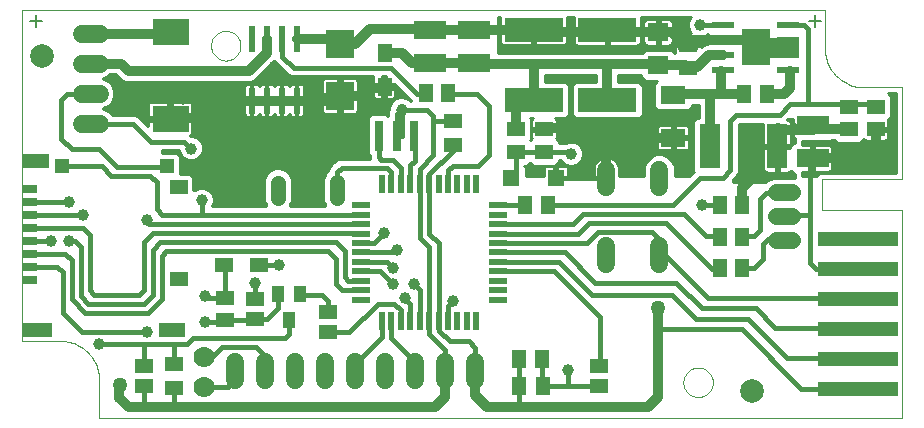
<source format=gtl>
G75*
G70*
%OFA0B0*%
%FSLAX24Y24*%
%IPPOS*%
%LPD*%
%AMOC8*
5,1,8,0,0,1.08239X$1,22.5*
%
%ADD10R,0.0197X0.0591*%
%ADD11R,0.0591X0.0197*%
%ADD12R,0.0591X0.0512*%
%ADD13C,0.0594*%
%ADD14C,0.0700*%
%ADD15R,0.0512X0.0630*%
%ADD16R,0.0945X0.0945*%
%ADD17R,0.0315X0.1024*%
%ADD18R,0.1969X0.0787*%
%ADD19R,0.0472X0.0591*%
%ADD20R,0.1063X0.0630*%
%ADD21R,0.0488X0.0315*%
%ADD22C,0.0004*%
%ADD23R,0.0492X0.0457*%
%ADD24R,0.0472X0.0457*%
%ADD25R,0.0866X0.0453*%
%ADD26R,0.0984X0.0453*%
%ADD27R,0.0591X0.0453*%
%ADD28C,0.0515*%
%ADD29R,0.0512X0.0591*%
%ADD30C,0.0600*%
%ADD31R,0.0236X0.0866*%
%ADD32C,0.0551*%
%ADD33C,0.0000*%
%ADD34C,0.0080*%
%ADD35C,0.0787*%
%ADD36R,0.1220X0.0906*%
%ADD37R,0.2650X0.0500*%
%ADD38R,0.0591X0.0472*%
%ADD39R,0.0394X0.0551*%
%ADD40R,0.0630X0.0512*%
%ADD41R,0.0949X0.1220*%
%ADD42R,0.0752X0.0240*%
%ADD43R,0.0669X0.1496*%
%ADD44R,0.0827X0.0591*%
%ADD45R,0.0709X0.0630*%
%ADD46R,0.0551X0.0551*%
%ADD47C,0.0160*%
%ADD48C,0.0320*%
%ADD49C,0.0500*%
%ADD50C,0.0396*%
%ADD51C,0.0100*%
%ADD52C,0.0357*%
%ADD53C,0.0120*%
D10*
X014697Y004317D03*
X015012Y004317D03*
X015327Y004317D03*
X015642Y004317D03*
X015957Y004317D03*
X016272Y004317D03*
X016587Y004317D03*
X016902Y004317D03*
X017217Y004317D03*
X017532Y004317D03*
X017847Y004317D03*
X017847Y008884D03*
X017532Y008884D03*
X017217Y008884D03*
X016902Y008884D03*
X016587Y008884D03*
X016272Y008884D03*
X015957Y008884D03*
X015642Y008884D03*
X015327Y008884D03*
X015012Y008884D03*
X014697Y008884D03*
D11*
X013989Y008175D03*
X013989Y007860D03*
X013989Y007545D03*
X013989Y007230D03*
X013989Y006915D03*
X013989Y006600D03*
X013989Y006285D03*
X013989Y005970D03*
X013989Y005655D03*
X013989Y005340D03*
X013989Y005025D03*
X018556Y005025D03*
X018556Y005340D03*
X018556Y005655D03*
X018556Y005970D03*
X018556Y006285D03*
X018556Y006600D03*
X018556Y006915D03*
X018556Y007230D03*
X018556Y007545D03*
X018556Y007860D03*
X018556Y008175D03*
D12*
X019151Y009964D03*
X019151Y010713D03*
X020101Y010713D03*
X020101Y009964D03*
X012901Y004623D03*
X012901Y003954D03*
X010451Y004384D03*
X010451Y005053D03*
X009475Y005087D03*
X009475Y004339D03*
X006751Y002823D03*
X006751Y002154D03*
X021941Y002151D03*
X021941Y002821D03*
X030251Y010714D03*
X030251Y011463D03*
X031151Y011463D03*
X031151Y010714D03*
D13*
X023949Y009365D02*
X023949Y008772D01*
X022178Y008772D02*
X022178Y009365D01*
X022178Y006806D02*
X022178Y006213D01*
X023949Y006213D02*
X023949Y006806D01*
X005298Y010889D02*
X004704Y010889D01*
X004704Y011889D02*
X005298Y011889D01*
X005298Y012889D02*
X004704Y012889D01*
X004704Y013889D02*
X005298Y013889D01*
D14*
X008751Y003117D03*
X008751Y002117D03*
D15*
X019269Y002135D03*
X020056Y002135D03*
X026757Y011889D03*
X027545Y011889D03*
D16*
X013313Y011800D03*
X013313Y013533D03*
D17*
X014601Y010470D03*
X015191Y010470D03*
X015782Y010470D03*
D18*
X019752Y011682D03*
X022212Y011677D03*
X022212Y014020D03*
X019752Y014025D03*
D19*
X014786Y013254D03*
X014786Y012113D03*
D20*
X016304Y012919D03*
X016304Y014022D03*
X017763Y014017D03*
X017763Y012914D03*
X029051Y010840D03*
X029051Y009737D03*
D21*
X002984Y008716D03*
X002984Y008283D03*
X002984Y007850D03*
X002984Y007417D03*
X002984Y006984D03*
X002984Y006550D03*
X002984Y006117D03*
X002984Y005684D03*
D22*
X008181Y010015D02*
X008181Y010031D01*
D23*
X004019Y009480D03*
D24*
X007547Y009480D03*
D25*
X003161Y009637D03*
X007696Y004015D03*
D26*
X003212Y004015D03*
D27*
X007925Y005708D03*
X007929Y008771D03*
D28*
X011246Y008927D02*
X011248Y008412D01*
X013217Y008423D02*
X013214Y008937D01*
D29*
X016152Y011903D03*
X016900Y011903D03*
X019477Y008189D03*
X020225Y008189D03*
X025965Y008174D03*
X026713Y008174D03*
X026711Y007126D03*
X025963Y007126D03*
X025966Y006083D03*
X026714Y006083D03*
X020025Y003039D03*
X019277Y003039D03*
D30*
X017811Y002949D02*
X017811Y002349D01*
X016811Y002349D02*
X016811Y002949D01*
X015811Y002949D02*
X015811Y002349D01*
X014811Y002349D02*
X014811Y002949D01*
X013811Y002949D02*
X013811Y002349D01*
X012811Y002349D02*
X012811Y002949D01*
X011811Y002949D02*
X011811Y002349D01*
X010811Y002349D02*
X010811Y002949D01*
X009811Y002949D02*
X009811Y002349D01*
D31*
X010371Y011655D03*
X010871Y011655D03*
X011371Y011655D03*
X011871Y011655D03*
X011871Y013702D03*
X011371Y013702D03*
X010871Y013702D03*
X010371Y013702D03*
D32*
X027829Y008606D02*
X028380Y008606D01*
X028380Y007819D02*
X027829Y007819D01*
X027829Y007031D02*
X028380Y007031D01*
D33*
X005260Y002466D02*
X005253Y002536D01*
X005242Y002605D01*
X005227Y002673D01*
X005209Y002741D01*
X005187Y002807D01*
X005161Y002872D01*
X005132Y002936D01*
X005099Y002998D01*
X005063Y003057D01*
X005024Y003115D01*
X004982Y003171D01*
X004936Y003224D01*
X004888Y003275D01*
X004837Y003323D01*
X004784Y003369D01*
X004728Y003411D01*
X004670Y003450D01*
X004611Y003486D01*
X004549Y003519D01*
X004485Y003548D01*
X004420Y003574D01*
X004354Y003596D01*
X004286Y003614D01*
X004218Y003629D01*
X004149Y003640D01*
X004079Y003647D01*
X004079Y003648D02*
X002701Y003648D01*
X002701Y014671D01*
X029473Y014671D01*
X029473Y013490D01*
X029473Y013293D01*
X029473Y013490D02*
X029469Y013421D01*
X029470Y013352D01*
X029474Y013282D01*
X029482Y013213D01*
X029493Y013145D01*
X029508Y013077D01*
X029527Y013010D01*
X029550Y012944D01*
X029576Y012880D01*
X029605Y012817D01*
X029638Y012756D01*
X029674Y012696D01*
X029713Y012639D01*
X029756Y012584D01*
X029801Y012531D01*
X029849Y012481D01*
X029900Y012433D01*
X029953Y012388D01*
X030008Y012347D01*
X030066Y012308D01*
X030126Y012272D01*
X030187Y012240D01*
X030250Y012211D01*
X030315Y012186D01*
X030381Y012164D01*
X030448Y012146D01*
X030516Y012131D01*
X030584Y012120D01*
X030654Y012113D01*
X030654Y012112D02*
X032032Y012112D01*
X032032Y009041D01*
X029374Y009041D01*
X029374Y008018D01*
X029382Y008010D02*
X032032Y008010D01*
X032032Y001089D01*
X005260Y001089D01*
X005260Y002466D01*
X009000Y013490D02*
X009002Y013534D01*
X009008Y013578D01*
X009018Y013621D01*
X009031Y013663D01*
X009049Y013703D01*
X009070Y013742D01*
X009094Y013779D01*
X009121Y013814D01*
X009152Y013846D01*
X009185Y013875D01*
X009221Y013901D01*
X009259Y013923D01*
X009299Y013942D01*
X009340Y013958D01*
X009383Y013970D01*
X009426Y013978D01*
X009470Y013982D01*
X009514Y013982D01*
X009558Y013978D01*
X009601Y013970D01*
X009644Y013958D01*
X009685Y013942D01*
X009725Y013923D01*
X009763Y013901D01*
X009799Y013875D01*
X009832Y013846D01*
X009863Y013814D01*
X009890Y013779D01*
X009914Y013742D01*
X009935Y013703D01*
X009953Y013663D01*
X009966Y013621D01*
X009976Y013578D01*
X009982Y013534D01*
X009984Y013490D01*
X009982Y013446D01*
X009976Y013402D01*
X009966Y013359D01*
X009953Y013317D01*
X009935Y013277D01*
X009914Y013238D01*
X009890Y013201D01*
X009863Y013166D01*
X009832Y013134D01*
X009799Y013105D01*
X009763Y013079D01*
X009725Y013057D01*
X009685Y013038D01*
X009644Y013022D01*
X009601Y013010D01*
X009558Y013002D01*
X009514Y012998D01*
X009470Y012998D01*
X009426Y013002D01*
X009383Y013010D01*
X009340Y013022D01*
X009299Y013038D01*
X009259Y013057D01*
X009221Y013079D01*
X009185Y013105D01*
X009152Y013134D01*
X009121Y013166D01*
X009094Y013201D01*
X009070Y013238D01*
X009049Y013277D01*
X009031Y013317D01*
X009018Y013359D01*
X009008Y013402D01*
X009002Y013446D01*
X009000Y013490D01*
X024748Y002270D02*
X024750Y002314D01*
X024756Y002358D01*
X024766Y002401D01*
X024779Y002443D01*
X024797Y002483D01*
X024818Y002522D01*
X024842Y002559D01*
X024869Y002594D01*
X024900Y002626D01*
X024933Y002655D01*
X024969Y002681D01*
X025007Y002703D01*
X025047Y002722D01*
X025088Y002738D01*
X025131Y002750D01*
X025174Y002758D01*
X025218Y002762D01*
X025262Y002762D01*
X025306Y002758D01*
X025349Y002750D01*
X025392Y002738D01*
X025433Y002722D01*
X025473Y002703D01*
X025511Y002681D01*
X025547Y002655D01*
X025580Y002626D01*
X025611Y002594D01*
X025638Y002559D01*
X025662Y002522D01*
X025683Y002483D01*
X025701Y002443D01*
X025714Y002401D01*
X025724Y002358D01*
X025730Y002314D01*
X025732Y002270D01*
X025730Y002226D01*
X025724Y002182D01*
X025714Y002139D01*
X025701Y002097D01*
X025683Y002057D01*
X025662Y002018D01*
X025638Y001981D01*
X025611Y001946D01*
X025580Y001914D01*
X025547Y001885D01*
X025511Y001859D01*
X025473Y001837D01*
X025433Y001818D01*
X025392Y001802D01*
X025349Y001790D01*
X025306Y001782D01*
X025262Y001778D01*
X025218Y001778D01*
X025174Y001782D01*
X025131Y001790D01*
X025088Y001802D01*
X025047Y001818D01*
X025007Y001837D01*
X024969Y001859D01*
X024933Y001885D01*
X024900Y001914D01*
X024869Y001946D01*
X024842Y001981D01*
X024818Y002018D01*
X024797Y002057D01*
X024779Y002097D01*
X024766Y002139D01*
X024756Y002182D01*
X024750Y002226D01*
X024748Y002270D01*
D34*
X029141Y014119D02*
X029141Y014519D01*
X028941Y014319D02*
X029341Y014319D01*
X003361Y014319D02*
X002961Y014319D01*
X003161Y014519D02*
X003161Y014119D01*
D35*
X003381Y013159D03*
X027031Y001979D03*
D36*
X007651Y011039D03*
X007651Y013952D03*
D37*
X030581Y007059D03*
X030581Y006059D03*
X030581Y005059D03*
X030581Y004059D03*
X030581Y003059D03*
X030581Y002059D03*
D38*
X010592Y006185D03*
X009450Y006185D03*
D39*
X011227Y005222D03*
X011975Y005222D03*
X011601Y004355D03*
D40*
X007751Y002882D03*
X007751Y002095D03*
X017051Y010195D03*
X017051Y010982D03*
X024901Y012745D03*
X024901Y013532D03*
D41*
X027151Y013439D03*
D42*
X028246Y013689D03*
X028246Y014189D03*
X028246Y013189D03*
X028246Y012689D03*
X026057Y012689D03*
X026057Y013189D03*
X026057Y013689D03*
X026057Y014189D03*
D43*
X025629Y010139D03*
X027873Y010139D03*
D44*
X024401Y010430D03*
X024401Y011847D03*
D45*
X023901Y012837D03*
X023901Y013940D03*
D46*
X020499Y009089D03*
X019003Y009089D03*
D47*
X019151Y009237D01*
X019151Y009964D01*
X020101Y009964D01*
X020925Y009964D01*
X021001Y009889D01*
X020977Y009864D01*
X020499Y009089D02*
X022158Y009089D01*
X022178Y009068D01*
X021401Y007889D02*
X024751Y007889D01*
X025501Y007139D01*
X025951Y007139D01*
X025963Y007126D01*
X026711Y007126D02*
X026724Y007139D01*
X027101Y007139D01*
X027301Y007339D01*
X027301Y008389D01*
X027501Y008589D01*
X028087Y008589D01*
X028105Y008606D01*
X028105Y007839D02*
X028105Y007819D01*
X028105Y007839D02*
X028951Y007839D01*
X028951Y009637D01*
X029051Y009737D01*
X027951Y011189D02*
X026501Y011189D01*
X026301Y010989D01*
X026301Y009339D01*
X026051Y009089D01*
X025301Y009089D01*
X024401Y008189D01*
X020225Y008189D01*
X021058Y007545D02*
X021401Y007889D01*
X021601Y007589D02*
X024151Y007589D01*
X025701Y006039D01*
X025922Y006039D01*
X025966Y006083D01*
X026714Y006083D02*
X027095Y006083D01*
X027401Y006389D01*
X027401Y006889D01*
X027551Y007039D01*
X028097Y007039D01*
X028105Y007031D01*
X028951Y006239D02*
X029151Y006039D01*
X030561Y006039D01*
X030577Y006054D02*
X030581Y006059D01*
X030601Y005089D02*
X025551Y005089D01*
X024130Y006509D01*
X023949Y006509D01*
X023949Y007039D01*
X023699Y007289D01*
X021901Y007289D01*
X021528Y006915D01*
X018556Y006915D01*
X018556Y006600D02*
X020789Y006600D01*
X021801Y005589D01*
X024501Y005589D01*
X025351Y004739D01*
X027151Y004739D01*
X027801Y004089D01*
X030551Y004089D01*
X030581Y004059D01*
X030551Y003089D02*
X028201Y003089D01*
X026901Y004389D01*
X025151Y004389D01*
X024351Y005189D01*
X021701Y005189D01*
X020604Y006285D01*
X018556Y006285D01*
X018556Y005970D02*
X020419Y005970D01*
X021951Y004439D01*
X021951Y002866D01*
X021941Y002821D01*
X021941Y002151D02*
X021941Y002135D01*
X020851Y002135D01*
X020901Y002185D01*
X020901Y002689D01*
X020851Y002135D02*
X020056Y002135D01*
X020025Y002135D01*
X020025Y003039D01*
X019277Y003039D02*
X019277Y002194D01*
X019328Y002194D01*
X019269Y002135D01*
X019269Y001506D01*
X019101Y001439D01*
X017811Y002649D02*
X017811Y003429D01*
X017601Y003639D01*
X016951Y003639D01*
X016601Y003989D01*
X016601Y004303D01*
X016587Y004317D01*
X016587Y006903D01*
X016272Y007218D01*
X016272Y008884D01*
X016272Y009209D01*
X017051Y009989D01*
X017051Y010195D01*
X016401Y009839D02*
X016401Y010989D01*
X016407Y010982D01*
X017051Y010982D01*
X016401Y010989D02*
X016401Y011139D01*
X016201Y011339D01*
X015311Y011339D01*
X015201Y011229D01*
X015201Y010480D01*
X015191Y010470D01*
X015187Y010474D01*
X015351Y010489D02*
X015351Y011349D01*
X015851Y011889D02*
X015001Y012739D01*
X011751Y012739D01*
X011371Y013119D01*
X011371Y013702D01*
X007651Y011039D02*
X007351Y011239D01*
X007251Y011039D01*
X007001Y010289D02*
X006401Y010889D01*
X005001Y010889D01*
X005251Y010039D02*
X004351Y010039D01*
X004001Y010389D01*
X004001Y011689D01*
X004201Y011889D01*
X005001Y011889D01*
X007001Y010289D02*
X008101Y010289D01*
X008331Y010059D01*
X008341Y010059D01*
X007547Y009480D02*
X007506Y009439D01*
X005851Y009439D01*
X005251Y010039D01*
X005360Y009480D02*
X005681Y009159D01*
X006981Y009159D01*
X007201Y008939D01*
X007201Y008039D01*
X007380Y007860D01*
X008701Y007860D01*
X008701Y008339D01*
X008701Y007860D02*
X013989Y007860D01*
X013989Y007545D02*
X006944Y007545D01*
X006851Y007689D01*
X007051Y007239D02*
X006751Y006939D01*
X006751Y005339D01*
X006601Y005189D01*
X005101Y005189D01*
X004951Y005339D01*
X004951Y007189D01*
X004723Y007417D01*
X002984Y007417D01*
X002984Y007850D02*
X004740Y007850D01*
X004751Y007839D01*
X004345Y008283D02*
X004251Y008289D01*
X004345Y008283D02*
X002984Y008283D01*
X004019Y009480D02*
X005360Y009480D01*
X007051Y007239D02*
X013980Y007239D01*
X013989Y007230D01*
X013989Y006915D02*
X014428Y006915D01*
X014751Y007239D01*
X015201Y006689D02*
X015113Y006600D01*
X013989Y006600D01*
X013989Y006285D02*
X014854Y006285D01*
X015051Y006089D01*
X014619Y005970D02*
X015051Y005539D01*
X015451Y005089D02*
X015642Y004897D01*
X015642Y004317D01*
X015327Y004317D02*
X015318Y004326D01*
X015318Y004669D01*
X015099Y004889D01*
X014551Y004889D01*
X013616Y003954D01*
X012901Y003954D01*
X012901Y004623D02*
X012901Y004989D01*
X012701Y005189D01*
X012008Y005189D01*
X011975Y005222D01*
X011227Y005222D02*
X011227Y004764D01*
X010851Y004389D01*
X010456Y004389D01*
X010451Y004384D01*
X010496Y004339D01*
X010451Y004384D02*
X010211Y004339D01*
X009475Y004339D01*
X009425Y004289D01*
X008801Y004289D01*
X009475Y004298D02*
X009475Y004339D01*
X009475Y005087D02*
X008853Y005087D01*
X008801Y005139D01*
X009475Y005087D02*
X009475Y006160D01*
X009450Y006185D01*
X010451Y005589D02*
X010451Y005053D01*
X011601Y004355D02*
X011601Y003889D01*
X011451Y003739D01*
X008401Y003739D01*
X008201Y003539D01*
X007751Y003539D01*
X007751Y002882D01*
X007751Y003539D02*
X006751Y003539D01*
X006751Y002823D01*
X006751Y002154D02*
X006751Y001489D01*
X006801Y001439D01*
X007751Y001489D02*
X007751Y002095D01*
X007751Y001489D02*
X007801Y001439D01*
X008751Y002117D02*
X009580Y002117D01*
X009801Y002339D01*
X009801Y002639D01*
X009811Y002649D01*
X009030Y003117D02*
X009351Y003439D01*
X010501Y003439D01*
X010801Y003139D01*
X010801Y002659D01*
X010811Y002649D01*
X009030Y003117D02*
X008751Y003117D01*
X006751Y003539D02*
X005251Y003539D01*
X004701Y003939D02*
X006851Y003939D01*
X006901Y004589D02*
X007351Y005039D01*
X007351Y006489D01*
X007501Y006639D01*
X012901Y006639D01*
X013151Y006389D01*
X013151Y005539D01*
X013351Y005339D01*
X013987Y005339D01*
X013989Y005340D01*
X013985Y005344D01*
X013989Y005655D02*
X013584Y005655D01*
X013451Y005789D01*
X013451Y006639D01*
X013151Y006939D01*
X007301Y006939D01*
X007051Y006689D01*
X007051Y005189D01*
X006751Y004889D01*
X004901Y004889D01*
X004651Y005139D01*
X004651Y006789D01*
X004451Y006989D01*
X004251Y006989D01*
X004139Y006550D02*
X004351Y006339D01*
X004351Y005039D01*
X004801Y004589D01*
X006901Y004589D01*
X004701Y003939D02*
X004051Y004589D01*
X004051Y005939D01*
X003872Y006117D01*
X002984Y006117D01*
X002984Y006550D02*
X004139Y006550D01*
X003651Y006989D02*
X003646Y006984D01*
X002984Y006984D01*
X010592Y006185D02*
X011147Y006185D01*
X011251Y006189D01*
X013989Y005970D02*
X014619Y005970D01*
X015751Y005539D02*
X015957Y005333D01*
X015957Y004317D01*
X016272Y004317D02*
X016275Y004314D01*
X016275Y003881D01*
X016811Y003345D01*
X016811Y002649D01*
X015811Y002649D02*
X015811Y002956D01*
X015015Y003751D01*
X015015Y004314D01*
X015012Y004317D01*
X014697Y004317D02*
X014696Y004316D01*
X014696Y003766D01*
X013811Y002881D01*
X013811Y002649D01*
X016272Y004317D02*
X016272Y006768D01*
X015951Y007089D01*
X015951Y008878D01*
X015957Y008884D01*
X015957Y009394D01*
X016401Y009839D01*
X015787Y009649D02*
X015787Y010464D01*
X015782Y010470D01*
X014601Y010470D02*
X014585Y010454D01*
X014585Y009774D01*
X014671Y009689D01*
X015051Y009689D01*
X015327Y009412D01*
X015327Y008884D01*
X015012Y008884D02*
X015012Y009287D01*
X014881Y009419D01*
X013351Y009419D01*
X013211Y009279D01*
X013211Y008684D01*
X013216Y008680D01*
X015642Y008884D02*
X015642Y009505D01*
X015787Y009649D01*
X016902Y009339D02*
X016902Y008884D01*
X016902Y009339D02*
X017051Y009489D01*
X017901Y009489D01*
X018251Y009839D01*
X018251Y011489D01*
X017851Y011889D01*
X016914Y011889D01*
X016900Y011903D01*
X016152Y011903D02*
X016138Y011889D01*
X015851Y011889D01*
X019151Y011589D02*
X019251Y011689D01*
X019201Y011689D01*
X019746Y011689D02*
X019752Y011682D01*
X019477Y008189D02*
X019464Y008175D01*
X018556Y008175D01*
X018556Y007545D02*
X021058Y007545D01*
X021243Y007230D02*
X021601Y007589D01*
X021243Y007230D02*
X018556Y007230D01*
X017061Y004969D02*
X016902Y004809D01*
X016902Y004317D01*
X023901Y004039D02*
X026701Y004039D01*
X028681Y002059D01*
X030581Y002059D01*
X030581Y003059D02*
X030551Y003089D01*
X030581Y005059D02*
X030601Y005089D01*
X028951Y006239D02*
X028951Y007839D01*
X025965Y008174D02*
X025951Y008189D01*
X025351Y008189D01*
X027951Y011189D02*
X028301Y011539D01*
X028901Y011539D01*
X030301Y011539D01*
X030251Y011489D01*
X030251Y011463D01*
X030301Y011539D02*
X031075Y011539D01*
X031151Y011463D01*
X028901Y011539D02*
X028901Y014039D01*
X028751Y014189D01*
X028246Y014189D01*
X028246Y013689D02*
X027661Y013689D01*
X027661Y013189D01*
X028246Y013189D01*
X027781Y013189D01*
X027781Y013569D01*
X028501Y013569D01*
X028501Y013449D01*
X028501Y013329D01*
X027451Y013329D01*
X027451Y013489D01*
X027451Y013689D02*
X027661Y013689D01*
X027451Y013689D02*
X027451Y013889D01*
X027451Y013689D02*
X027421Y013689D01*
X027001Y013739D02*
X026951Y013689D01*
X026901Y013689D01*
X027151Y013289D02*
X027151Y013189D01*
X027661Y013189D01*
X027901Y013209D02*
X027901Y013449D01*
X028501Y013449D01*
X028501Y013329D02*
X028501Y013209D01*
X027901Y013209D01*
X026301Y014189D02*
X026057Y014189D01*
X025301Y014189D01*
X026057Y014189D02*
X026151Y014189D01*
D48*
X026057Y013689D02*
X024601Y013689D01*
X024351Y013939D01*
X022651Y013939D01*
X022651Y013940D01*
X023901Y013940D01*
X023971Y014020D01*
X023901Y012887D02*
X023901Y012837D01*
X024809Y012837D01*
X024901Y012745D01*
X024945Y012789D01*
X025201Y012789D01*
X025601Y013189D01*
X026057Y013189D01*
X026057Y013689D02*
X026901Y013689D01*
X027151Y013439D01*
X027151Y013489D01*
X027401Y013739D01*
X028301Y012633D02*
X028301Y012089D01*
X028101Y011889D01*
X027545Y011889D01*
X026757Y011889D02*
X026101Y011889D01*
X026001Y011989D01*
X026001Y012633D01*
X025701Y011889D02*
X024442Y011889D01*
X024401Y011847D01*
X024901Y012745D02*
X024995Y012739D01*
X023901Y012887D02*
X022201Y012887D01*
X022201Y011677D01*
X022212Y011677D01*
X021501Y010739D02*
X020127Y010739D01*
X020101Y010713D01*
X019151Y010713D02*
X019151Y011589D01*
X019746Y011689D02*
X019751Y011689D01*
X019751Y012887D01*
X022201Y012887D01*
X022243Y013989D02*
X022212Y014020D01*
X022243Y013989D02*
X022601Y013989D01*
X022565Y014025D01*
X022651Y013939D02*
X019101Y013939D01*
X019051Y013889D01*
X019051Y014017D01*
X017763Y014017D01*
X017758Y014022D01*
X016304Y014022D01*
X016287Y014039D01*
X014301Y014039D01*
X013795Y013533D01*
X013313Y013533D01*
X013143Y013702D01*
X011871Y013702D01*
X010871Y013702D02*
X010871Y013259D01*
X010251Y012639D01*
X006251Y012639D01*
X006001Y012889D01*
X005001Y012889D01*
X005001Y013889D02*
X007651Y013889D01*
X007651Y013952D01*
X009867Y011655D02*
X009271Y011109D01*
X007651Y011039D01*
X009867Y011655D02*
X010371Y011655D01*
X010871Y011655D01*
X011371Y011655D01*
X011871Y011655D01*
X013313Y011655D01*
X013313Y011800D01*
X013913Y011800D01*
X014201Y012089D01*
X014762Y012089D01*
X014786Y012113D01*
X015351Y011379D02*
X015351Y011349D01*
X015695Y012914D02*
X015361Y013249D01*
X014792Y013249D01*
X014786Y013254D01*
X015695Y012914D02*
X016309Y012914D01*
X016304Y012919D01*
X016309Y012914D02*
X017763Y012914D01*
X017736Y012887D01*
X019751Y012887D01*
X019744Y014017D02*
X019179Y014017D01*
X019101Y013939D01*
X019744Y014017D02*
X019752Y014025D01*
X017736Y012887D02*
X017502Y012887D01*
X017501Y012889D01*
X021501Y010739D02*
X021810Y010430D01*
X022201Y010430D01*
X022158Y010386D01*
X022158Y009089D01*
X022201Y010430D02*
X024401Y010430D01*
X025629Y010139D02*
X025629Y011816D01*
X025701Y011889D01*
X026757Y011889D01*
X027851Y010689D02*
X029051Y010689D01*
X029051Y010840D01*
X029176Y010714D01*
X030251Y010714D01*
X031151Y010714D02*
X031151Y010139D01*
X030750Y009737D01*
X029051Y009737D01*
X027873Y010139D02*
X027851Y010161D01*
X027851Y010589D01*
X027801Y010639D01*
X027851Y010589D02*
X027851Y010689D01*
X027101Y009139D02*
X026713Y008751D01*
X026713Y008174D01*
X030561Y006039D02*
X030581Y006059D01*
X023901Y004739D02*
X023901Y004039D01*
X023901Y001789D01*
X023551Y001439D01*
X019101Y001439D01*
X018201Y001439D01*
X017801Y001839D01*
X017801Y002639D01*
X017811Y002649D01*
X016811Y002649D02*
X016801Y002639D01*
X016801Y001789D01*
X016451Y001439D01*
X007801Y001439D01*
X006801Y001439D01*
X006251Y001439D01*
X005949Y001741D01*
X005949Y002186D01*
X005951Y002189D01*
D49*
X005951Y002189D03*
X023901Y004739D03*
D50*
X020901Y002689D03*
X017061Y004969D03*
X015751Y005539D03*
X015451Y005089D03*
X015051Y005539D03*
X015051Y006089D03*
X015201Y006689D03*
X014751Y007239D03*
X012531Y008339D03*
X012231Y008689D03*
X011941Y008359D03*
X011871Y008949D03*
X012571Y008979D03*
X012471Y010129D03*
X012891Y010129D03*
X012701Y010529D03*
X012271Y010539D03*
X011841Y010539D03*
X011391Y010529D03*
X011191Y010899D03*
X010961Y010539D03*
X010761Y010909D03*
X010321Y010919D03*
X010101Y010529D03*
X010531Y010519D03*
X010741Y010139D03*
X011161Y010149D03*
X010941Y009769D03*
X010521Y009769D03*
X010311Y010139D03*
X010071Y009769D03*
X009871Y010149D03*
X009411Y010139D03*
X009571Y009719D03*
X008961Y010089D03*
X008761Y010479D03*
X009211Y010529D03*
X009641Y010519D03*
X009441Y010919D03*
X009011Y010919D03*
X009161Y011329D03*
X008731Y011339D03*
X008571Y010929D03*
X007951Y011239D03*
X008071Y011729D03*
X007851Y012089D03*
X007621Y011729D03*
X007401Y012089D03*
X007181Y011739D03*
X006951Y012089D03*
X006731Y011729D03*
X006501Y012089D03*
X006691Y011289D03*
X007351Y011239D03*
X008511Y011719D03*
X008301Y012089D03*
X008751Y012089D03*
X008971Y011729D03*
X009201Y012089D03*
X009421Y011729D03*
X009651Y012089D03*
X009851Y011719D03*
X009631Y011319D03*
X009871Y010919D03*
X010371Y011659D03*
X010871Y011659D03*
X011371Y011659D03*
X011871Y011659D03*
X012311Y011759D03*
X012281Y011289D03*
X012481Y010919D03*
X012051Y010929D03*
X011621Y010919D03*
X011591Y010139D03*
X012041Y010139D03*
X013141Y010509D03*
X013341Y010909D03*
X012911Y010909D03*
X013601Y010519D03*
X014031Y010559D03*
X013821Y010959D03*
X014091Y011359D03*
X014161Y011799D03*
X014151Y012239D03*
X013551Y011989D03*
X013101Y011989D03*
X013301Y011589D03*
X012311Y012239D03*
X011351Y012389D03*
X011101Y012789D03*
X010801Y012389D03*
X008341Y010059D03*
X008221Y009419D03*
X008671Y008969D03*
X008701Y008339D03*
X009931Y008779D03*
X010381Y008769D03*
X010581Y008359D03*
X010131Y008379D03*
X010281Y009329D03*
X010701Y009349D03*
X009861Y009339D03*
X006851Y007689D03*
X004740Y007850D03*
X004251Y008289D03*
X004251Y006989D03*
X003651Y006989D03*
X006851Y003939D03*
X005251Y003539D03*
X008801Y004289D03*
X008801Y005139D03*
X010451Y005589D03*
X011251Y006189D03*
X013391Y010149D03*
X013841Y010149D03*
X014601Y011369D03*
X015351Y011349D03*
X014801Y012189D03*
X021001Y009889D03*
X025351Y008189D03*
X026771Y009459D03*
X027101Y009139D03*
X027231Y009549D03*
X026801Y009889D03*
X027221Y009989D03*
X027231Y010429D03*
X026811Y010319D03*
X026921Y010729D03*
X025301Y014189D03*
D51*
X024893Y014195D02*
X024385Y014195D01*
X024385Y014272D02*
X024377Y014305D01*
X024359Y014334D01*
X024335Y014359D01*
X024306Y014376D01*
X024273Y014385D01*
X023951Y014385D01*
X023951Y013990D01*
X023851Y013990D01*
X023851Y014385D01*
X023530Y014385D01*
X023497Y014376D01*
X023467Y014359D01*
X023443Y014334D01*
X023426Y014305D01*
X023417Y014272D01*
X023417Y013990D01*
X023851Y013990D01*
X023851Y013890D01*
X023417Y013890D01*
X023417Y013608D01*
X023426Y013575D01*
X023443Y013545D01*
X023467Y013521D01*
X023497Y013504D01*
X023530Y013495D01*
X023851Y013495D01*
X023851Y013890D01*
X023951Y013890D01*
X023951Y013990D01*
X024385Y013990D01*
X024385Y014272D01*
X024380Y014293D02*
X024903Y014293D01*
X024893Y014270D02*
X024893Y014107D01*
X024955Y013957D01*
X024994Y013918D01*
X024951Y013918D01*
X024951Y013582D01*
X025346Y013582D01*
X025346Y013780D01*
X025382Y013780D01*
X025532Y013843D01*
X025571Y013881D01*
X025572Y013880D01*
X025559Y013859D01*
X025551Y013826D01*
X025551Y013699D01*
X026046Y013699D01*
X026046Y013678D01*
X025551Y013678D01*
X025551Y013558D01*
X025527Y013558D01*
X025391Y013502D01*
X025346Y013457D01*
X025346Y013482D01*
X024951Y013482D01*
X024951Y013582D01*
X024851Y013582D01*
X024851Y013482D01*
X024456Y013482D01*
X024456Y013259D01*
X024460Y013245D01*
X024342Y013362D01*
X023460Y013362D01*
X023355Y013257D01*
X022275Y013257D01*
X022127Y013257D01*
X019825Y013257D01*
X019677Y013257D01*
X018551Y013257D01*
X018551Y014461D01*
X018644Y014461D01*
X018638Y014436D01*
X018638Y014075D01*
X019702Y014075D01*
X019702Y013975D01*
X018638Y013975D01*
X018638Y013614D01*
X018646Y013581D01*
X018664Y013551D01*
X018688Y013527D01*
X018717Y013510D01*
X018750Y013501D01*
X019702Y013501D01*
X019702Y013975D01*
X019802Y013975D01*
X019802Y014075D01*
X020866Y014075D01*
X020866Y014436D01*
X020859Y014461D01*
X021106Y014461D01*
X021098Y014431D01*
X021098Y014070D01*
X022162Y014070D01*
X022162Y013970D01*
X021098Y013970D01*
X021098Y013609D01*
X021106Y013576D01*
X021124Y013546D01*
X021148Y013522D01*
X021177Y013505D01*
X020768Y013505D01*
X020753Y013501D02*
X020786Y013510D01*
X020816Y013527D01*
X020840Y013551D01*
X020857Y013581D01*
X020866Y013614D01*
X020866Y013975D01*
X019802Y013975D01*
X019802Y013501D01*
X020753Y013501D01*
X020863Y013604D02*
X021099Y013604D01*
X021098Y013702D02*
X020866Y013702D01*
X020866Y013801D02*
X021098Y013801D01*
X021098Y013899D02*
X020866Y013899D01*
X020866Y014096D02*
X021098Y014096D01*
X021098Y014195D02*
X020866Y014195D01*
X020866Y014293D02*
X021098Y014293D01*
X021098Y014392D02*
X020866Y014392D01*
X021177Y013505D02*
X021210Y013496D01*
X022162Y013496D01*
X022162Y013970D01*
X022262Y013970D01*
X022262Y014070D01*
X023326Y014070D01*
X023326Y014431D01*
X023318Y014461D01*
X024997Y014461D01*
X024955Y014420D01*
X024893Y014270D01*
X024944Y014392D02*
X023326Y014392D01*
X023326Y014293D02*
X023423Y014293D01*
X023417Y014195D02*
X023326Y014195D01*
X023326Y014096D02*
X023417Y014096D01*
X023417Y013998D02*
X022262Y013998D01*
X022262Y013970D02*
X023326Y013970D01*
X023326Y013609D01*
X023317Y013576D01*
X023300Y013546D01*
X023276Y013522D01*
X023246Y013505D01*
X023494Y013505D01*
X023418Y013604D02*
X023325Y013604D01*
X023326Y013702D02*
X023417Y013702D01*
X023417Y013801D02*
X023326Y013801D01*
X023326Y013899D02*
X023851Y013899D01*
X023851Y013801D02*
X023951Y013801D01*
X023951Y013890D02*
X023951Y013495D01*
X024273Y013495D01*
X024306Y013504D01*
X024335Y013521D01*
X024359Y013545D01*
X024377Y013575D01*
X024385Y013608D01*
X024385Y013890D01*
X023951Y013890D01*
X023951Y013899D02*
X024519Y013899D01*
X024506Y013892D02*
X024482Y013868D01*
X024465Y013838D01*
X024456Y013805D01*
X024456Y013582D01*
X024851Y013582D01*
X024851Y013918D01*
X024569Y013918D01*
X024536Y013909D01*
X024506Y013892D01*
X024456Y013801D02*
X024385Y013801D01*
X024385Y013702D02*
X024456Y013702D01*
X024456Y013604D02*
X024384Y013604D01*
X024308Y013505D02*
X024851Y013505D01*
X024901Y013532D02*
X024901Y013689D01*
X024601Y013689D01*
X024851Y013702D02*
X024951Y013702D01*
X024951Y013604D02*
X024851Y013604D01*
X024951Y013505D02*
X025398Y013505D01*
X025346Y013604D02*
X025551Y013604D01*
X025551Y013702D02*
X025346Y013702D01*
X025431Y013801D02*
X025551Y013801D01*
X024951Y013801D02*
X024851Y013801D01*
X024851Y013899D02*
X024951Y013899D01*
X024938Y013998D02*
X024385Y013998D01*
X024385Y014096D02*
X024898Y014096D01*
X024456Y013406D02*
X018551Y013406D01*
X018551Y013308D02*
X023405Y013308D01*
X023246Y013505D02*
X023213Y013496D01*
X022262Y013496D01*
X022262Y013970D01*
X022262Y013899D02*
X022162Y013899D01*
X022162Y013801D02*
X022262Y013801D01*
X022262Y013702D02*
X022162Y013702D01*
X022162Y013604D02*
X022262Y013604D01*
X022262Y013505D02*
X022162Y013505D01*
X022162Y013998D02*
X019802Y013998D01*
X019802Y013899D02*
X019702Y013899D01*
X019702Y013801D02*
X019802Y013801D01*
X019802Y013702D02*
X019702Y013702D01*
X019702Y013604D02*
X019802Y013604D01*
X019802Y013505D02*
X019702Y013505D01*
X019702Y013998D02*
X018551Y013998D01*
X018551Y014096D02*
X018638Y014096D01*
X018638Y014195D02*
X018551Y014195D01*
X018551Y014293D02*
X018638Y014293D01*
X018638Y014392D02*
X018551Y014392D01*
X018551Y013899D02*
X018638Y013899D01*
X018638Y013801D02*
X018551Y013801D01*
X018551Y013702D02*
X018638Y013702D01*
X018640Y013604D02*
X018551Y013604D01*
X018551Y013505D02*
X018736Y013505D01*
X020121Y012517D02*
X021831Y012517D01*
X021831Y012281D01*
X021141Y012281D01*
X021018Y012158D01*
X021018Y011197D01*
X021141Y011074D01*
X023283Y011074D01*
X023406Y011197D01*
X023406Y012158D01*
X023283Y012281D01*
X022571Y012281D01*
X022571Y012517D01*
X023337Y012517D01*
X023337Y012435D01*
X023460Y012312D01*
X023861Y012312D01*
X023778Y012229D01*
X023778Y011465D01*
X023901Y011342D01*
X024901Y011342D01*
X025024Y011465D01*
X025024Y011519D01*
X025259Y011519D01*
X025259Y011096D01*
X025207Y011096D01*
X025084Y010974D01*
X025084Y009303D01*
X025095Y009293D01*
X024941Y009139D01*
X024456Y009139D01*
X024456Y009466D01*
X024379Y009652D01*
X024236Y009795D01*
X024050Y009872D01*
X023849Y009872D01*
X023662Y009795D01*
X023520Y009652D01*
X023443Y009466D01*
X023443Y009139D01*
X022605Y009139D01*
X022605Y009399D01*
X022594Y009465D01*
X022573Y009529D01*
X022543Y009589D01*
X022503Y009643D01*
X022456Y009691D01*
X022401Y009730D01*
X022342Y009761D01*
X022278Y009782D01*
X022226Y009790D01*
X022226Y009139D01*
X022129Y009139D01*
X022129Y009790D01*
X022078Y009782D01*
X022014Y009761D01*
X021954Y009730D01*
X021900Y009691D01*
X021852Y009643D01*
X021813Y009589D01*
X021782Y009529D01*
X021761Y009465D01*
X020858Y009465D01*
X020855Y009468D02*
X020825Y009485D01*
X020792Y009494D01*
X020549Y009494D01*
X020549Y009139D01*
X020449Y009139D01*
X020449Y009494D01*
X020206Y009494D01*
X020173Y009485D01*
X020144Y009468D01*
X020120Y009444D01*
X020102Y009414D01*
X020094Y009381D01*
X020094Y009139D01*
X019489Y009139D01*
X019489Y009451D01*
X019441Y009499D01*
X019533Y009499D01*
X019626Y009591D01*
X019719Y009499D01*
X020483Y009499D01*
X020606Y009622D01*
X020606Y009674D01*
X020648Y009674D01*
X020655Y009657D01*
X020770Y009543D01*
X020920Y009480D01*
X021082Y009480D01*
X021232Y009543D01*
X021347Y009657D01*
X021409Y009807D01*
X021409Y009970D01*
X021347Y010120D01*
X021232Y010234D01*
X021082Y010297D01*
X020920Y010297D01*
X020818Y010254D01*
X020606Y010254D01*
X020606Y010307D01*
X020514Y010400D01*
X020517Y010406D01*
X020526Y010439D01*
X020526Y010663D01*
X020151Y010663D01*
X020151Y010762D01*
X020526Y010762D01*
X020526Y010986D01*
X020517Y011019D01*
X020500Y011048D01*
X020476Y011072D01*
X020465Y011079D01*
X020823Y011079D01*
X020946Y011202D01*
X020946Y012163D01*
X020823Y012286D01*
X020121Y012286D01*
X020121Y012517D01*
X020121Y012421D02*
X021831Y012421D01*
X021831Y012322D02*
X020121Y012322D01*
X019752Y011689D02*
X019251Y011689D01*
X019752Y011682D02*
X019752Y011689D01*
X019737Y011079D02*
X019726Y011072D01*
X019702Y011048D01*
X019685Y011019D01*
X019676Y010986D01*
X019676Y010762D01*
X020051Y010762D01*
X020051Y010663D01*
X019676Y010663D01*
X019676Y010439D01*
X019685Y010406D01*
X019688Y010400D01*
X019626Y010338D01*
X019625Y010339D01*
X019656Y010370D01*
X019656Y011055D01*
X019633Y011079D01*
X019737Y011079D01*
X019698Y011041D02*
X019656Y011041D01*
X019656Y010943D02*
X019676Y010943D01*
X019676Y010844D02*
X019656Y010844D01*
X019656Y010746D02*
X020051Y010746D01*
X020151Y010746D02*
X023859Y010746D01*
X023858Y010742D02*
X023858Y010480D01*
X024351Y010480D01*
X024351Y010855D01*
X023971Y010855D01*
X023938Y010846D01*
X023908Y010829D01*
X023884Y010805D01*
X023867Y010775D01*
X023858Y010742D01*
X023858Y010647D02*
X020526Y010647D01*
X020526Y010549D02*
X023858Y010549D01*
X023858Y010380D02*
X023858Y010117D01*
X023867Y010084D01*
X023884Y010055D01*
X023908Y010031D01*
X023938Y010013D01*
X023971Y010005D01*
X024351Y010005D01*
X024351Y010380D01*
X023858Y010380D01*
X023858Y010352D02*
X020562Y010352D01*
X020526Y010450D02*
X024351Y010450D01*
X024351Y010480D02*
X024351Y010380D01*
X024451Y010380D01*
X024451Y010480D01*
X024351Y010480D01*
X024351Y010549D02*
X024451Y010549D01*
X024451Y010480D02*
X024451Y010855D01*
X024832Y010855D01*
X024865Y010846D01*
X024894Y010829D01*
X024918Y010805D01*
X024936Y010775D01*
X024944Y010742D01*
X024944Y010480D01*
X024451Y010480D01*
X024451Y010450D02*
X025084Y010450D01*
X025084Y010352D02*
X024944Y010352D01*
X024944Y010380D02*
X024451Y010380D01*
X024451Y010005D01*
X024832Y010005D01*
X024865Y010013D01*
X024894Y010031D01*
X024918Y010055D01*
X024936Y010084D01*
X024944Y010117D01*
X024944Y010380D01*
X024944Y010253D02*
X025084Y010253D01*
X025084Y010154D02*
X024944Y010154D01*
X024919Y010056D02*
X025084Y010056D01*
X025084Y009957D02*
X021409Y009957D01*
X021409Y009859D02*
X023817Y009859D01*
X023883Y010056D02*
X021373Y010056D01*
X021312Y010154D02*
X023858Y010154D01*
X023858Y010253D02*
X021187Y010253D01*
X021390Y009760D02*
X022013Y009760D01*
X022129Y009760D02*
X022226Y009760D01*
X022226Y009662D02*
X022129Y009662D01*
X022129Y009563D02*
X022226Y009563D01*
X022226Y009465D02*
X022129Y009465D01*
X022129Y009366D02*
X022226Y009366D01*
X022226Y009268D02*
X022129Y009268D01*
X022129Y009169D02*
X022226Y009169D01*
X022605Y009169D02*
X023443Y009169D01*
X023443Y009268D02*
X022605Y009268D01*
X022605Y009366D02*
X023443Y009366D01*
X023443Y009465D02*
X022594Y009465D01*
X022556Y009563D02*
X023483Y009563D01*
X023529Y009662D02*
X022485Y009662D01*
X022343Y009760D02*
X023628Y009760D01*
X024082Y009859D02*
X025084Y009859D01*
X025084Y009760D02*
X024271Y009760D01*
X024370Y009662D02*
X025084Y009662D01*
X025084Y009563D02*
X024416Y009563D01*
X024456Y009465D02*
X025084Y009465D01*
X025084Y009366D02*
X024456Y009366D01*
X024456Y009268D02*
X025070Y009268D01*
X024972Y009169D02*
X024456Y009169D01*
X024451Y010056D02*
X024351Y010056D01*
X024351Y010154D02*
X024451Y010154D01*
X024451Y010253D02*
X024351Y010253D01*
X024351Y010352D02*
X024451Y010352D01*
X024451Y010647D02*
X024351Y010647D01*
X024351Y010746D02*
X024451Y010746D01*
X024451Y010844D02*
X024351Y010844D01*
X023934Y010844D02*
X020526Y010844D01*
X020526Y010943D02*
X025084Y010943D01*
X025084Y010844D02*
X024868Y010844D01*
X024944Y010746D02*
X025084Y010746D01*
X025084Y010647D02*
X024944Y010647D01*
X024944Y010549D02*
X025084Y010549D01*
X025152Y011041D02*
X020504Y011041D01*
X020884Y011140D02*
X021074Y011140D01*
X021018Y011238D02*
X020946Y011238D01*
X020946Y011337D02*
X021018Y011337D01*
X021018Y011436D02*
X020946Y011436D01*
X020946Y011534D02*
X021018Y011534D01*
X021018Y011633D02*
X020946Y011633D01*
X020946Y011731D02*
X021018Y011731D01*
X021018Y011830D02*
X020946Y011830D01*
X020946Y011928D02*
X021018Y011928D01*
X021018Y012027D02*
X020946Y012027D01*
X020946Y012125D02*
X021018Y012125D01*
X021084Y012224D02*
X020885Y012224D01*
X022571Y012322D02*
X023450Y012322D01*
X023351Y012421D02*
X022571Y012421D01*
X023340Y012224D02*
X023778Y012224D01*
X023778Y012125D02*
X023406Y012125D01*
X023406Y012027D02*
X023778Y012027D01*
X023778Y011928D02*
X023406Y011928D01*
X023406Y011830D02*
X023778Y011830D01*
X023778Y011731D02*
X023406Y011731D01*
X023406Y011633D02*
X023778Y011633D01*
X023778Y011534D02*
X023406Y011534D01*
X023406Y011436D02*
X023807Y011436D01*
X023406Y011337D02*
X025259Y011337D01*
X025259Y011238D02*
X023406Y011238D01*
X023349Y011140D02*
X025259Y011140D01*
X025259Y011436D02*
X024995Y011436D01*
X026057Y012689D02*
X026251Y012689D01*
X026251Y012639D01*
X024456Y013308D02*
X024397Y013308D01*
X023951Y013505D02*
X023851Y013505D01*
X023851Y013604D02*
X023951Y013604D01*
X023951Y013702D02*
X023851Y013702D01*
X023851Y013998D02*
X023951Y013998D01*
X023951Y014096D02*
X023851Y014096D01*
X023851Y014195D02*
X023951Y014195D01*
X023951Y014293D02*
X023851Y014293D01*
X028235Y013678D02*
X028235Y013438D01*
X028235Y013199D01*
X028256Y013199D01*
X028256Y013438D01*
X028256Y013678D01*
X028235Y013678D01*
X028235Y013604D02*
X028256Y013604D01*
X028256Y013505D02*
X028235Y013505D01*
X028235Y013406D02*
X028256Y013406D01*
X028256Y013308D02*
X028235Y013308D01*
X028235Y013209D02*
X028256Y013209D01*
X028246Y012689D02*
X028196Y012639D01*
X028211Y011039D02*
X028390Y011039D01*
X028390Y010890D01*
X028451Y010890D01*
X028451Y010790D01*
X028390Y010790D01*
X028390Y010508D01*
X028398Y010475D01*
X028416Y010445D01*
X028440Y010421D01*
X028451Y010414D01*
X028451Y010262D01*
X028433Y010262D01*
X028310Y010139D01*
X028310Y010089D01*
X027923Y010089D01*
X027923Y010188D01*
X028338Y010188D01*
X028338Y010904D01*
X028329Y010937D01*
X028312Y010966D01*
X028288Y010991D01*
X028258Y011008D01*
X028225Y011016D01*
X028189Y011016D01*
X028197Y011024D01*
X028211Y011039D01*
X028325Y010943D02*
X028390Y010943D01*
X028338Y010844D02*
X028451Y010844D01*
X028390Y010746D02*
X028338Y010746D01*
X028338Y010647D02*
X028390Y010647D01*
X028390Y010549D02*
X028338Y010549D01*
X028338Y010450D02*
X028413Y010450D01*
X028451Y010352D02*
X028338Y010352D01*
X028338Y010253D02*
X028423Y010253D01*
X028325Y010154D02*
X027923Y010154D01*
X027923Y010189D02*
X027923Y010899D01*
X027823Y010899D01*
X027823Y010189D01*
X027923Y010189D01*
X027923Y010253D02*
X027823Y010253D01*
X027823Y010188D02*
X027823Y010089D01*
X027409Y010089D01*
X027409Y009373D01*
X027417Y009340D01*
X027434Y009311D01*
X027459Y009286D01*
X027488Y009269D01*
X027521Y009260D01*
X027823Y009260D01*
X027823Y010088D01*
X027923Y010088D01*
X027923Y009260D01*
X028225Y009260D01*
X028258Y009269D01*
X028288Y009286D01*
X028312Y009311D01*
X028320Y009325D01*
X028433Y009212D01*
X028451Y009212D01*
X028451Y009091D01*
X027733Y009091D01*
X027554Y009018D01*
X027475Y008939D01*
X026401Y008939D01*
X026401Y009028D01*
X026547Y009174D01*
X026591Y009281D01*
X026591Y009396D01*
X026591Y010868D01*
X026621Y010899D01*
X027409Y010899D01*
X027409Y010188D01*
X027823Y010188D01*
X027823Y010154D02*
X026591Y010154D01*
X026591Y010056D02*
X027409Y010056D01*
X027409Y009957D02*
X026591Y009957D01*
X026591Y009859D02*
X027409Y009859D01*
X027409Y009760D02*
X026591Y009760D01*
X026591Y009662D02*
X027409Y009662D01*
X027409Y009563D02*
X026591Y009563D01*
X026591Y009465D02*
X027409Y009465D01*
X027410Y009366D02*
X026591Y009366D01*
X026586Y009268D02*
X027495Y009268D01*
X027682Y009071D02*
X026443Y009071D01*
X026401Y008972D02*
X027509Y008972D01*
X027823Y009268D02*
X027923Y009268D01*
X027923Y009366D02*
X027823Y009366D01*
X027823Y009465D02*
X027923Y009465D01*
X027923Y009563D02*
X027823Y009563D01*
X027823Y009662D02*
X027923Y009662D01*
X027923Y009760D02*
X027823Y009760D01*
X027823Y009859D02*
X027923Y009859D01*
X027923Y009957D02*
X027823Y009957D01*
X027823Y010056D02*
X027923Y010056D01*
X027923Y010352D02*
X027823Y010352D01*
X027823Y010450D02*
X027923Y010450D01*
X027923Y010549D02*
X027823Y010549D01*
X027823Y010647D02*
X027923Y010647D01*
X027923Y010746D02*
X027823Y010746D01*
X027823Y010844D02*
X027923Y010844D01*
X027409Y010844D02*
X026591Y010844D01*
X026591Y010746D02*
X027409Y010746D01*
X027409Y010647D02*
X026591Y010647D01*
X026591Y010549D02*
X027409Y010549D01*
X027409Y010450D02*
X026591Y010450D01*
X026591Y010352D02*
X027409Y010352D01*
X027409Y010253D02*
X026591Y010253D01*
X026542Y009169D02*
X028451Y009169D01*
X028377Y009268D02*
X028251Y009268D01*
X028711Y009268D02*
X031822Y009268D01*
X031822Y009251D02*
X029287Y009251D01*
X029175Y009139D01*
X028711Y009139D01*
X028711Y009292D01*
X029001Y009292D01*
X029001Y009687D01*
X029101Y009687D01*
X029101Y009292D01*
X029600Y009292D01*
X029633Y009301D01*
X029662Y009318D01*
X029687Y009343D01*
X029704Y009372D01*
X029713Y009405D01*
X029713Y009687D01*
X029101Y009687D01*
X029101Y009787D01*
X029713Y009787D01*
X029713Y010069D01*
X029704Y010102D01*
X029687Y010132D01*
X029662Y010156D01*
X029633Y010173D01*
X029600Y010182D01*
X029101Y010182D01*
X029101Y009787D01*
X029001Y009787D01*
X029001Y010182D01*
X028711Y010182D01*
X028711Y010315D01*
X029670Y010315D01*
X029699Y010344D01*
X029773Y010344D01*
X029869Y010249D01*
X030633Y010249D01*
X030756Y010372D01*
X030756Y010374D01*
X030776Y010355D01*
X030806Y010337D01*
X030839Y010329D01*
X031101Y010329D01*
X031101Y010664D01*
X031201Y010664D01*
X031201Y010329D01*
X031464Y010329D01*
X031497Y010337D01*
X031526Y010355D01*
X031550Y010379D01*
X031567Y010408D01*
X031576Y010441D01*
X031576Y010665D01*
X031201Y010665D01*
X031201Y010764D01*
X031576Y010764D01*
X031576Y010988D01*
X031567Y011021D01*
X031564Y011027D01*
X031656Y011120D01*
X031656Y011805D01*
X031560Y011902D01*
X031822Y011902D01*
X031822Y009251D01*
X031822Y009366D02*
X029700Y009366D01*
X029713Y009465D02*
X031822Y009465D01*
X031822Y009563D02*
X029713Y009563D01*
X029713Y009662D02*
X031822Y009662D01*
X031822Y009760D02*
X029101Y009760D01*
X029101Y009662D02*
X029001Y009662D01*
X029001Y009563D02*
X029101Y009563D01*
X029101Y009465D02*
X029001Y009465D01*
X029001Y009366D02*
X029101Y009366D01*
X029205Y009169D02*
X028711Y009169D01*
X029001Y009859D02*
X029101Y009859D01*
X029101Y009957D02*
X029001Y009957D01*
X029001Y010056D02*
X029101Y010056D01*
X029101Y010154D02*
X029001Y010154D01*
X028711Y010253D02*
X029864Y010253D01*
X029664Y010154D02*
X031822Y010154D01*
X031822Y010056D02*
X029713Y010056D01*
X029713Y009957D02*
X031822Y009957D01*
X031822Y009859D02*
X029713Y009859D01*
X030638Y010253D02*
X031822Y010253D01*
X031822Y010352D02*
X031521Y010352D01*
X031576Y010450D02*
X031822Y010450D01*
X031822Y010549D02*
X031576Y010549D01*
X031576Y010647D02*
X031822Y010647D01*
X031822Y010746D02*
X031201Y010746D01*
X031201Y010647D02*
X031101Y010647D01*
X031101Y010549D02*
X031201Y010549D01*
X031201Y010450D02*
X031101Y010450D01*
X031101Y010352D02*
X031201Y010352D01*
X030781Y010352D02*
X030736Y010352D01*
X031576Y010844D02*
X031822Y010844D01*
X031822Y010943D02*
X031576Y010943D01*
X031578Y011041D02*
X031822Y011041D01*
X031822Y011140D02*
X031656Y011140D01*
X031656Y011238D02*
X031822Y011238D01*
X031822Y011337D02*
X031656Y011337D01*
X031656Y011436D02*
X031822Y011436D01*
X031822Y011534D02*
X031656Y011534D01*
X031656Y011633D02*
X031822Y011633D01*
X031822Y011731D02*
X031656Y011731D01*
X031632Y011830D02*
X031822Y011830D01*
X021871Y009662D02*
X021349Y009662D01*
X021253Y009563D02*
X021800Y009563D01*
X021761Y009465D02*
X021751Y009399D01*
X021751Y009139D01*
X020905Y009139D01*
X020905Y009381D01*
X020896Y009414D01*
X020879Y009444D01*
X020855Y009468D01*
X020905Y009366D02*
X021751Y009366D01*
X021751Y009268D02*
X020905Y009268D01*
X020905Y009169D02*
X021751Y009169D01*
X020749Y009563D02*
X020548Y009563D01*
X020549Y009465D02*
X020449Y009465D01*
X020449Y009366D02*
X020549Y009366D01*
X020549Y009268D02*
X020449Y009268D01*
X020449Y009169D02*
X020549Y009169D01*
X020094Y009169D02*
X019489Y009169D01*
X019489Y009268D02*
X020094Y009268D01*
X020094Y009366D02*
X019489Y009366D01*
X019475Y009465D02*
X020140Y009465D01*
X019654Y009563D02*
X019598Y009563D01*
X019638Y010352D02*
X019640Y010352D01*
X019656Y010450D02*
X019676Y010450D01*
X019676Y010549D02*
X019656Y010549D01*
X019656Y010647D02*
X019676Y010647D01*
X020606Y009662D02*
X020653Y009662D01*
D52*
X021451Y009489D03*
X021701Y009839D03*
X021501Y010189D03*
X021901Y010189D03*
X022301Y010189D03*
X022701Y010189D03*
X023101Y010189D03*
X022901Y010539D03*
X022501Y010539D03*
X022301Y010889D03*
X021901Y010889D03*
X021501Y010889D03*
X021701Y010539D03*
X022101Y010539D03*
X022701Y010889D03*
X023101Y010889D03*
X023301Y010539D03*
X023501Y010889D03*
X023951Y011089D03*
X024351Y011089D03*
X024751Y011089D03*
X024601Y010539D03*
X024201Y010539D03*
X023501Y010189D03*
X023301Y009839D03*
X022901Y009839D03*
X022501Y009839D03*
X022801Y009439D03*
X023201Y009439D03*
X024551Y009789D03*
X024751Y009439D03*
X026851Y013039D03*
X027151Y013289D03*
X026851Y013489D03*
X027151Y013689D03*
X026851Y013889D03*
X027451Y013889D03*
X027451Y013489D03*
X027891Y013449D03*
X028351Y013439D03*
X027451Y013039D03*
X025486Y013681D03*
X025101Y013489D03*
X024701Y013489D03*
X024801Y013889D03*
X024101Y013839D03*
X023701Y013839D03*
X023001Y013839D03*
X022601Y013839D03*
X022201Y013839D03*
X021801Y013839D03*
X021401Y013839D03*
X021451Y013349D03*
X021861Y013349D03*
X022281Y013359D03*
X022701Y013349D03*
X023151Y013359D03*
X020551Y013369D03*
X020555Y013822D03*
X020162Y013816D03*
X019751Y013839D03*
X019351Y013839D03*
X018951Y013839D03*
X018921Y013369D03*
X019331Y013359D03*
X019731Y013359D03*
X020151Y013359D03*
X029851Y009789D03*
X030251Y009789D03*
X030651Y009789D03*
X031051Y009789D03*
X030851Y010139D03*
X031251Y010139D03*
X031651Y010139D03*
X031451Y009789D03*
X031251Y009439D03*
X030851Y009439D03*
X030451Y009439D03*
X030051Y009439D03*
X031651Y009439D03*
D53*
X028301Y012633D02*
X028246Y012689D01*
X026057Y012689D02*
X026001Y012633D01*
X015676Y011639D02*
X015652Y011639D01*
X015652Y011638D02*
X015588Y011703D01*
X015434Y011767D01*
X015268Y011767D01*
X015114Y011703D01*
X014997Y011585D01*
X014933Y011432D01*
X014933Y011365D01*
X014901Y011288D01*
X014901Y011160D01*
X014896Y011155D01*
X014849Y011201D01*
X014352Y011201D01*
X014223Y011072D01*
X014223Y009867D01*
X014285Y009805D01*
X014285Y009718D01*
X013411Y009718D01*
X013291Y009718D01*
X013181Y009673D01*
X013041Y009533D01*
X012957Y009448D01*
X012911Y009338D01*
X012911Y009310D01*
X012808Y009206D01*
X012736Y009030D01*
X012740Y008325D01*
X012809Y008160D01*
X011661Y008160D01*
X011726Y008320D01*
X011723Y009025D01*
X011649Y009200D01*
X011514Y009333D01*
X011338Y009405D01*
X011148Y009404D01*
X010973Y009330D01*
X010840Y009195D01*
X010768Y009020D01*
X010771Y008315D01*
X010836Y008160D01*
X009080Y008160D01*
X009119Y008255D01*
X009119Y008422D01*
X009056Y008575D01*
X008938Y008693D01*
X008784Y008757D01*
X008618Y008757D01*
X008464Y008693D01*
X008444Y008672D01*
X008444Y009088D01*
X008315Y009217D01*
X008003Y009217D01*
X008003Y009799D01*
X007874Y009928D01*
X007404Y009928D01*
X007404Y009989D01*
X007923Y009989D01*
X007923Y009975D01*
X007987Y009822D01*
X008104Y009704D01*
X008258Y009640D01*
X008424Y009640D01*
X008578Y009704D01*
X008696Y009822D01*
X008759Y009975D01*
X008759Y010142D01*
X008696Y010295D01*
X008578Y010413D01*
X008424Y010477D01*
X008350Y010477D01*
X008373Y010500D01*
X008392Y010532D01*
X008401Y010567D01*
X008401Y010979D01*
X007711Y010979D01*
X007711Y011098D01*
X008401Y011098D01*
X008401Y011510D01*
X008392Y011545D01*
X008373Y011577D01*
X008347Y011603D01*
X008315Y011622D01*
X008280Y011631D01*
X007711Y011631D01*
X007711Y011099D01*
X007591Y011099D01*
X007591Y011631D01*
X007022Y011631D01*
X006987Y011622D01*
X006955Y011603D01*
X006929Y011577D01*
X006910Y011545D01*
X006901Y011510D01*
X006901Y011098D01*
X007591Y011098D01*
X007591Y010979D01*
X006901Y010979D01*
X006901Y010813D01*
X006571Y011143D01*
X006461Y011188D01*
X006341Y011188D01*
X005729Y011188D01*
X005591Y011327D01*
X005441Y011388D01*
X005591Y011450D01*
X005736Y011596D01*
X005815Y011786D01*
X005815Y011991D01*
X005736Y012181D01*
X005591Y012327D01*
X005441Y012388D01*
X005591Y012450D01*
X005649Y012509D01*
X005844Y012509D01*
X006036Y012316D01*
X006175Y012259D01*
X006327Y012259D01*
X010327Y012259D01*
X010466Y012316D01*
X010573Y012423D01*
X011111Y012961D01*
X011117Y012949D01*
X011497Y012569D01*
X011581Y012484D01*
X011691Y012439D01*
X014413Y012439D01*
X014410Y012426D01*
X014410Y012171D01*
X014728Y012171D01*
X014728Y012439D01*
X014844Y012439D01*
X014844Y012171D01*
X014728Y012171D01*
X014728Y012054D01*
X014844Y012054D01*
X014844Y011677D01*
X015041Y011677D01*
X015076Y011687D01*
X015108Y011705D01*
X015134Y011731D01*
X015153Y011763D01*
X015162Y011799D01*
X015162Y012054D01*
X014844Y012054D01*
X014844Y012171D01*
X015145Y012171D01*
X015676Y011639D01*
X015676Y011638D01*
X015652Y011638D01*
X015558Y011757D02*
X015456Y011757D01*
X015439Y011876D02*
X015162Y011876D01*
X015162Y011994D02*
X015321Y011994D01*
X015202Y012113D02*
X014844Y012113D01*
X014728Y012113D02*
X013925Y012113D01*
X013925Y011994D02*
X014410Y011994D01*
X014410Y012054D02*
X014410Y011799D01*
X014419Y011763D01*
X014438Y011731D01*
X014464Y011705D01*
X014496Y011687D01*
X014531Y011677D01*
X014728Y011677D01*
X014728Y012054D01*
X014410Y012054D01*
X014410Y012232D02*
X013925Y012232D01*
X013925Y012291D02*
X013915Y012327D01*
X013897Y012359D01*
X013871Y012385D01*
X013839Y012403D01*
X013803Y012413D01*
X013372Y012413D01*
X013372Y011861D01*
X013253Y011861D01*
X013253Y012413D01*
X012822Y012413D01*
X012786Y012403D01*
X012754Y012385D01*
X012728Y012359D01*
X012710Y012327D01*
X012700Y012291D01*
X012700Y011860D01*
X013252Y011860D01*
X013252Y011740D01*
X013253Y011740D02*
X013372Y011740D01*
X013372Y011188D01*
X013803Y011188D01*
X013839Y011198D01*
X013871Y011216D01*
X013897Y011242D01*
X013915Y011274D01*
X013925Y011310D01*
X013925Y011740D01*
X013373Y011740D01*
X013373Y011860D01*
X013925Y011860D01*
X013925Y012291D01*
X013902Y012350D02*
X014410Y012350D01*
X014728Y012350D02*
X014844Y012350D01*
X014844Y012232D02*
X014728Y012232D01*
X014728Y011994D02*
X014844Y011994D01*
X014844Y011876D02*
X014728Y011876D01*
X014728Y011757D02*
X014844Y011757D01*
X015050Y011639D02*
X013925Y011639D01*
X013925Y011520D02*
X014970Y011520D01*
X014933Y011402D02*
X013925Y011402D01*
X013918Y011283D02*
X014901Y011283D01*
X014886Y011165D02*
X014901Y011165D01*
X014315Y011165D02*
X012118Y011165D01*
X012120Y011168D02*
X012129Y011203D01*
X012129Y011655D01*
X012129Y012106D01*
X012120Y012142D01*
X012101Y012174D01*
X012075Y012200D01*
X012043Y012218D01*
X012008Y012228D01*
X011871Y012228D01*
X011735Y012228D01*
X011699Y012218D01*
X011667Y012200D01*
X011641Y012174D01*
X011623Y012142D01*
X011621Y012137D01*
X011620Y012142D01*
X011601Y012174D01*
X011575Y012200D01*
X011543Y012218D01*
X011508Y012228D01*
X011371Y012228D01*
X011235Y012228D01*
X011199Y012218D01*
X011167Y012200D01*
X011141Y012174D01*
X011123Y012142D01*
X011121Y012137D01*
X011120Y012142D01*
X011101Y012174D01*
X011075Y012200D01*
X011043Y012218D01*
X011008Y012228D01*
X010871Y012228D01*
X010735Y012228D01*
X010699Y012218D01*
X010667Y012200D01*
X010641Y012174D01*
X010623Y012142D01*
X010621Y012137D01*
X010620Y012142D01*
X010601Y012174D01*
X010575Y012200D01*
X010543Y012218D01*
X010508Y012228D01*
X010371Y012228D01*
X010235Y012228D01*
X010199Y012218D01*
X010167Y012200D01*
X010141Y012174D01*
X010123Y012142D01*
X010113Y012106D01*
X010113Y011655D01*
X010371Y011655D01*
X010371Y012228D01*
X010371Y011655D01*
X010371Y011655D01*
X010371Y011655D01*
X010113Y011655D01*
X010113Y011203D01*
X010123Y011168D01*
X010141Y011136D01*
X010167Y011110D01*
X010199Y011091D01*
X010235Y011082D01*
X010371Y011082D01*
X010371Y011654D01*
X010371Y011654D01*
X010371Y011082D01*
X010508Y011082D01*
X010543Y011091D01*
X010575Y011110D01*
X010601Y011136D01*
X010620Y011168D01*
X010621Y011173D01*
X010623Y011168D01*
X010641Y011136D01*
X010667Y011110D01*
X010699Y011091D01*
X010735Y011082D01*
X010871Y011082D01*
X010871Y011654D01*
X010871Y011654D01*
X010871Y011082D01*
X011008Y011082D01*
X011043Y011091D01*
X011075Y011110D01*
X011101Y011136D01*
X011120Y011168D01*
X011121Y011173D01*
X011123Y011168D01*
X011141Y011136D01*
X011167Y011110D01*
X011199Y011091D01*
X011235Y011082D01*
X011371Y011082D01*
X011371Y011654D01*
X011371Y011654D01*
X011371Y011082D01*
X011508Y011082D01*
X011543Y011091D01*
X011575Y011110D01*
X011601Y011136D01*
X011620Y011168D01*
X011621Y011173D01*
X011623Y011168D01*
X011641Y011136D01*
X011667Y011110D01*
X011699Y011091D01*
X011735Y011082D01*
X011871Y011082D01*
X011871Y011654D01*
X011871Y011654D01*
X011871Y011082D01*
X012008Y011082D01*
X012043Y011091D01*
X012075Y011110D01*
X012101Y011136D01*
X012120Y011168D01*
X012129Y011283D02*
X012707Y011283D01*
X012710Y011274D02*
X012728Y011242D01*
X012754Y011216D01*
X012786Y011198D01*
X012822Y011188D01*
X013253Y011188D01*
X013253Y011740D01*
X013252Y011740D02*
X012700Y011740D01*
X012700Y011310D01*
X012710Y011274D01*
X012700Y011402D02*
X012129Y011402D01*
X012129Y011520D02*
X012700Y011520D01*
X012700Y011639D02*
X012129Y011639D01*
X012129Y011655D02*
X011871Y011655D01*
X011871Y012228D01*
X011871Y011655D01*
X011871Y011655D01*
X011871Y011655D01*
X011613Y011655D01*
X011371Y011655D01*
X011371Y012228D01*
X011371Y011655D01*
X011371Y011655D01*
X011371Y011655D01*
X011129Y011655D01*
X010871Y011655D01*
X010871Y012228D01*
X010871Y011655D01*
X010871Y011655D01*
X010871Y011655D01*
X010629Y011655D01*
X010371Y011655D01*
X010371Y011655D01*
X010629Y011655D01*
X010871Y011655D01*
X010871Y011655D01*
X011129Y011655D01*
X011371Y011655D01*
X011371Y011655D01*
X011613Y011655D01*
X011871Y011655D01*
X012129Y011655D01*
X012129Y011757D02*
X013252Y011757D01*
X013253Y011639D02*
X013372Y011639D01*
X013373Y011757D02*
X014423Y011757D01*
X014410Y011876D02*
X013925Y011876D01*
X013372Y011876D02*
X013253Y011876D01*
X013253Y011994D02*
X013372Y011994D01*
X013372Y012113D02*
X013253Y012113D01*
X013253Y012232D02*
X013372Y012232D01*
X013372Y012350D02*
X013253Y012350D01*
X012723Y012350D02*
X010500Y012350D01*
X010619Y012469D02*
X011619Y012469D01*
X011478Y012587D02*
X010737Y012587D01*
X010856Y012706D02*
X011360Y012706D01*
X011241Y012824D02*
X010974Y012824D01*
X011093Y012943D02*
X011122Y012943D01*
X011371Y012113D02*
X011371Y012113D01*
X011371Y011994D02*
X011371Y011994D01*
X011371Y011876D02*
X011371Y011876D01*
X011371Y011757D02*
X011371Y011757D01*
X011371Y011639D02*
X011371Y011639D01*
X011371Y011520D02*
X011371Y011520D01*
X011371Y011402D02*
X011371Y011402D01*
X011371Y011283D02*
X011371Y011283D01*
X011371Y011165D02*
X011371Y011165D01*
X011124Y011165D02*
X011118Y011165D01*
X010871Y011165D02*
X010871Y011165D01*
X010871Y011283D02*
X010871Y011283D01*
X010871Y011402D02*
X010871Y011402D01*
X010871Y011520D02*
X010871Y011520D01*
X010871Y011639D02*
X010871Y011639D01*
X010871Y011757D02*
X010871Y011757D01*
X010871Y011876D02*
X010871Y011876D01*
X010871Y011994D02*
X010871Y011994D01*
X010871Y012113D02*
X010871Y012113D01*
X010371Y012113D02*
X010371Y012113D01*
X010371Y011994D02*
X010371Y011994D01*
X010371Y011876D02*
X010371Y011876D01*
X010371Y011757D02*
X010371Y011757D01*
X010371Y011639D02*
X010371Y011639D01*
X010371Y011520D02*
X010371Y011520D01*
X010371Y011402D02*
X010371Y011402D01*
X010371Y011283D02*
X010371Y011283D01*
X010371Y011165D02*
X010371Y011165D01*
X010124Y011165D02*
X008401Y011165D01*
X008401Y011283D02*
X010113Y011283D01*
X010113Y011402D02*
X008401Y011402D01*
X008398Y011520D02*
X010113Y011520D01*
X010113Y011639D02*
X005754Y011639D01*
X005803Y011757D02*
X010113Y011757D01*
X010113Y011876D02*
X005815Y011876D01*
X005813Y011994D02*
X010113Y011994D01*
X010115Y012113D02*
X005764Y012113D01*
X005686Y012232D02*
X012700Y012232D01*
X012700Y012113D02*
X012127Y012113D01*
X012129Y011994D02*
X012700Y011994D01*
X012700Y011876D02*
X012129Y011876D01*
X011871Y011876D02*
X011871Y011876D01*
X011871Y011994D02*
X011871Y011994D01*
X011871Y012113D02*
X011871Y012113D01*
X011871Y011757D02*
X011871Y011757D01*
X011871Y011655D02*
X011871Y011655D01*
X011871Y011639D02*
X011871Y011639D01*
X011871Y011520D02*
X011871Y011520D01*
X011871Y011402D02*
X011871Y011402D01*
X011871Y011283D02*
X011871Y011283D01*
X011871Y011165D02*
X011871Y011165D01*
X011624Y011165D02*
X011618Y011165D01*
X010624Y011165D02*
X010618Y011165D01*
X008728Y010216D02*
X014223Y010216D01*
X014223Y010098D02*
X008759Y010098D01*
X008759Y009979D02*
X014223Y009979D01*
X014229Y009861D02*
X008712Y009861D01*
X008616Y009742D02*
X014285Y009742D01*
X014223Y010335D02*
X008656Y010335D01*
X008480Y010453D02*
X014223Y010453D01*
X014223Y010572D02*
X008401Y010572D01*
X008401Y010691D02*
X014223Y010691D01*
X014223Y010809D02*
X008401Y010809D01*
X008401Y010928D02*
X014223Y010928D01*
X014223Y011046D02*
X007711Y011046D01*
X007711Y011165D02*
X007591Y011165D01*
X007591Y011283D02*
X007711Y011283D01*
X007711Y011402D02*
X007591Y011402D01*
X007591Y011520D02*
X007711Y011520D01*
X007591Y011046D02*
X006668Y011046D01*
X006786Y010928D02*
X006901Y010928D01*
X006901Y011165D02*
X006518Y011165D01*
X006901Y011283D02*
X005634Y011283D01*
X005473Y011402D02*
X006901Y011402D01*
X006904Y011520D02*
X005661Y011520D01*
X005534Y012350D02*
X006002Y012350D01*
X005884Y012469D02*
X005609Y012469D01*
X007404Y009979D02*
X007923Y009979D01*
X007941Y009861D02*
X007970Y009861D01*
X008003Y009742D02*
X008066Y009742D01*
X008003Y009624D02*
X013132Y009624D01*
X013013Y009505D02*
X008003Y009505D01*
X008003Y009387D02*
X011107Y009387D01*
X010911Y009268D02*
X008003Y009268D01*
X008383Y009149D02*
X010821Y009149D01*
X010772Y009031D02*
X008444Y009031D01*
X008444Y008912D02*
X010768Y008912D01*
X010769Y008794D02*
X008444Y008794D01*
X008444Y008675D02*
X008447Y008675D01*
X008956Y008675D02*
X010770Y008675D01*
X010770Y008557D02*
X009063Y008557D01*
X009112Y008438D02*
X010771Y008438D01*
X010771Y008320D02*
X009119Y008320D01*
X009097Y008201D02*
X010819Y008201D01*
X011678Y008201D02*
X012792Y008201D01*
X012742Y008320D02*
X011726Y008320D01*
X011726Y008438D02*
X012739Y008438D01*
X012739Y008557D02*
X011725Y008557D01*
X011725Y008675D02*
X012738Y008675D01*
X012737Y008794D02*
X011724Y008794D01*
X011723Y008912D02*
X012737Y008912D01*
X012737Y009031D02*
X011720Y009031D01*
X011670Y009149D02*
X012785Y009149D01*
X012870Y009268D02*
X011580Y009268D01*
X011384Y009387D02*
X012931Y009387D01*
X013253Y011283D02*
X013372Y011283D01*
X013372Y011402D02*
X013253Y011402D01*
X013253Y011520D02*
X013372Y011520D01*
X015149Y011757D02*
X015246Y011757D01*
M02*

</source>
